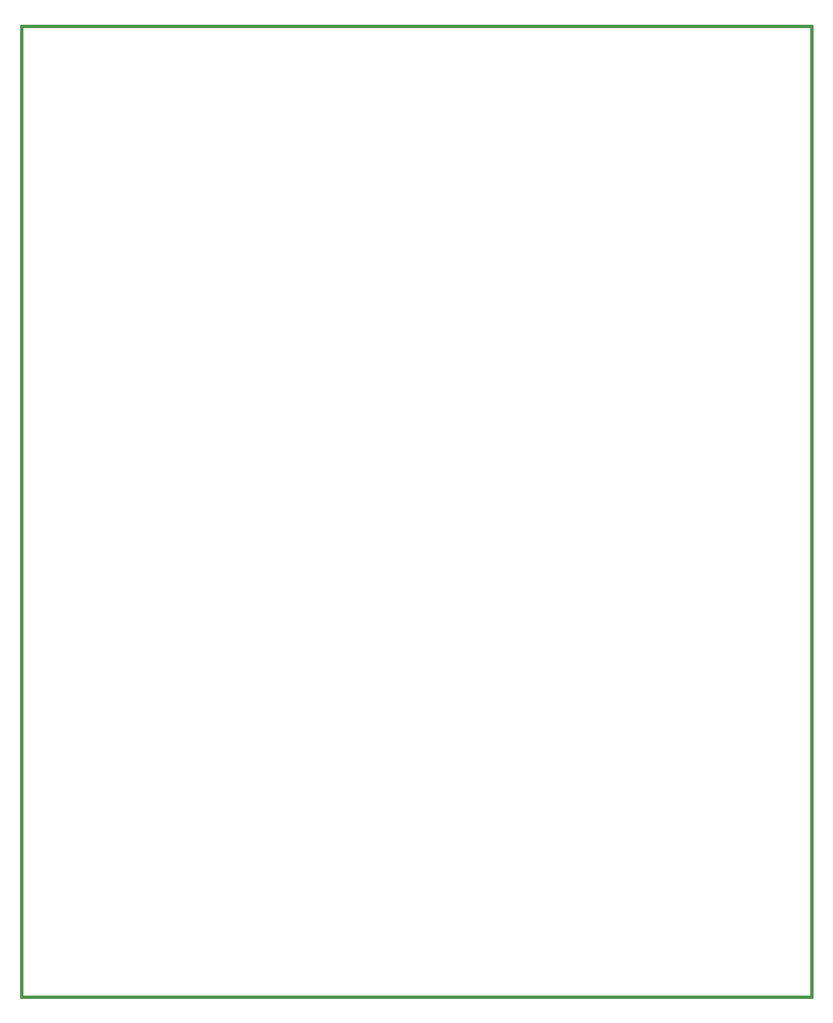
<source format=gbr>
G04 (created by PCBNEW (2013-05-18 BZR 4017)-stable) date Fri 12 Dec 2014 16:28:56 GMT*
%MOIN*%
G04 Gerber Fmt 3.4, Leading zero omitted, Abs format*
%FSLAX34Y34*%
G01*
G70*
G90*
G04 APERTURE LIST*
%ADD10C,0.00590551*%
%ADD11C,0.015*%
G04 APERTURE END LIST*
G54D10*
G54D11*
X39370Y0D02*
X0Y0D01*
X39370Y48425D02*
X39370Y0D01*
X0Y48425D02*
X39370Y48425D01*
X0Y0D02*
X0Y48425D01*
M02*

</source>
